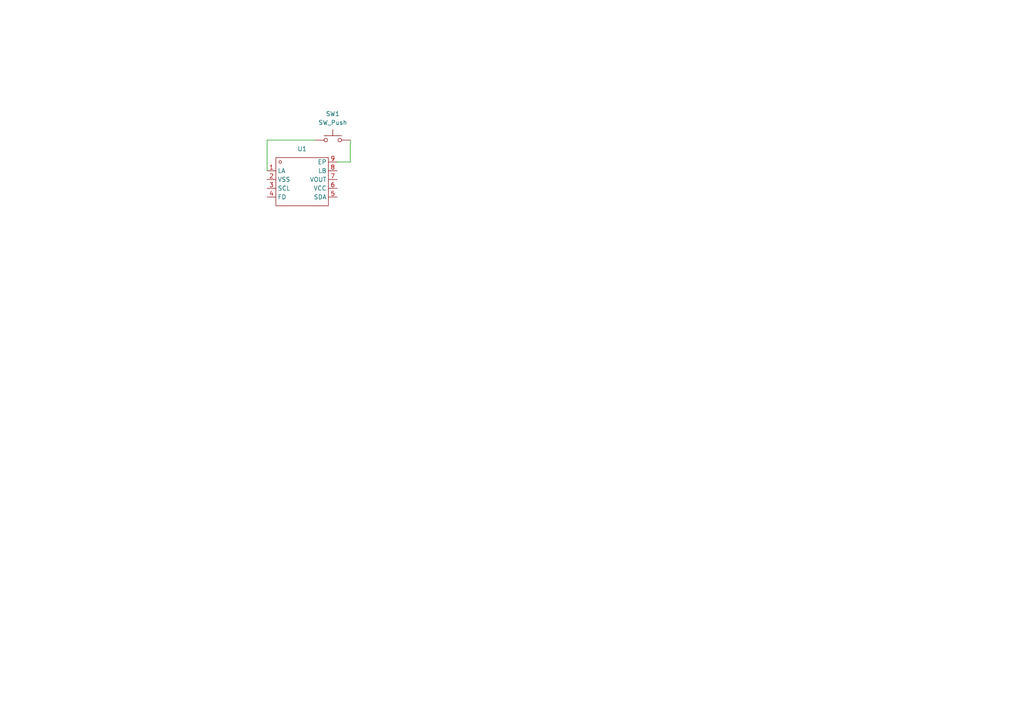
<source format=kicad_sch>
(kicad_sch (version 20231120) (generator "eeschema") (generator_version "8.0")
  (paper "A4")
  (lib_symbols
    (symbol "JLC_Imports:NT3H2111W0FHKH"
      (property "Reference" "U" (at 0 0 0))
      (symbol "NT3H2111W0FHKH_1_0"
        (rectangle (start -7.62 -6.35) (end 7.62 7.62))
        (circle (center -6.35 6.35) (radius 0.381))
        (pin unspecified line (at -10.16 3.81 0) (length 2.54) (name "LA") (number "1"))
        (pin unspecified line (at -10.16 1.27 0) (length 2.54) (name "VSS") (number "2"))
        (pin unspecified line (at -10.16 -1.27 0) (length 2.54) (name "SCL") (number "3"))
        (pin unspecified line (at -10.16 -3.81 0) (length 2.54) (name "FD") (number "4"))
        (pin unspecified line (at 10.16 -3.81 180) (length 2.54) (name "SDA") (number "5"))
        (pin unspecified line (at 10.16 -1.27 180) (length 2.54) (name "VCC") (number "6"))
        (pin unspecified line (at 10.16 1.27 180) (length 2.54) (name "VOUT") (number "7"))
        (pin unspecified line (at 10.16 3.81 180) (length 2.54) (name "LB") (number "8"))
        (pin unspecified line (at 10.16 6.35 180) (length 2.54) (name "EP") (number "9"))
      )
    )
    (symbol "Switch:SW_Push" (pin_numbers hide) (pin_names (offset 1.016) hide)
      (property "Reference" "SW" (at 1.27 2.54 0))
      (property "Value" "SW_Push" (at 0 -1.524 0))
      (symbol "SW_Push_0_1"
        (circle (center -2.032 0) (radius 0.508))
        (polyline (pts (xy 0 1.27) (xy 0 3.048)))
        (polyline (pts (xy 2.54 1.27) (xy -2.54 1.27)))
        (circle (center 2.032 0) (radius 0.508))
        (pin passive line (at -5.08 0 0) (length 2.54) (name "1") (number "1"))
        (pin passive line (at 5.08 0 180) (length 2.54) (name "2") (number "2"))
      )
    )
  )
  (wire (pts (xy 101.6 46.99) (xy 97.79 46.99)))
  (wire (pts (xy 91.44 40.64) (xy 77.47 40.64)))
  (wire (pts (xy 77.47 40.64) (xy 77.47 49.53)))
  (wire (pts (xy 101.6 40.64) (xy 101.6 46.99)))
  (symbol (lib_id "JLC_Imports:NT3H2111W0FHKH") (at 87.63 53.34 0) (unit 1)
    (property "Reference" "U1" (at 87.63 43.18 0))
    (property "Value" "13.56MHz" (effects (hide yes)))
    (property "Footprint" "NT3H2111W0FHKH:XQFN-8_L1.6-W1.6-P0.50-BL" (effects (hide yes)))
    (property "Datasheet" "https://atta.szlcsc.com/upload/public/pdf/source/20231222/0CA007C5B9F698A9424BFDC383BAA79D.pdf" (effects (hide yes)))
    (property "Description" "agreement:ISO 14443 interface type:I2C Frequency:13.56MHz Frequency:13.56MHz mains input:3.3V mains input:3.3V" (effects (hide yes)))
    (property "Manufacturer Part" "NT3H2111W0FHKH" (effects (hide yes)))
    (property "Manufacturer" "NXP(恩智浦)" (effects (hide yes)))
    (property "Supplier Part" "C710403" (effects (hide yes)))
    (property "Supplier" "LCSC" (effects (hide yes)))
    (property "LCSC Part Name" "NT3H2111W0FHKH" (effects (hide yes)))
  )
  (symbol (lib_id "Switch:SW_Push") (at 96.52 40.64 0) (unit 1)
    (property "Reference" "SW1" (at 96.52 33.02 0))
    (property "Value" "SW_Push" (at 96.52 35.56 0))
    (property "Footprint" "Button_Switch_Keyboard:SW_Cherry_MX_1.00u_PCB" (effects (hide yes)))
    (property "Description" "Push button switch, generic, two pins" (effects (hide yes)))
  )
)
</source>
